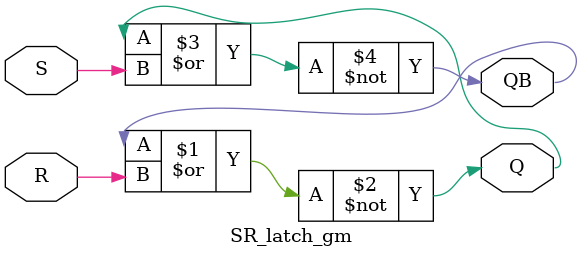
<source format=v>
`timescale 1ns / 1ps


module SR_latch_gm(Q,QB,S,R);
input S,R;
output Q,QB;
nor U1 (Q,QB,R);
nor U2 (QB,Q,S);
endmodule

</source>
